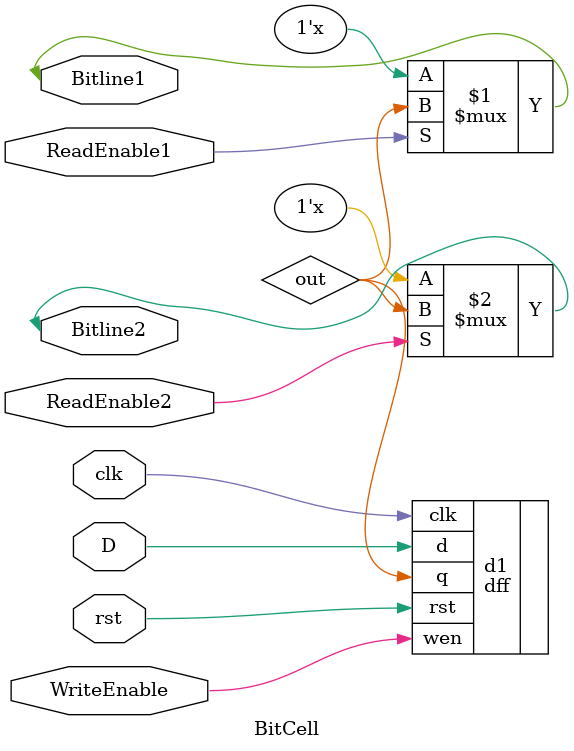
<source format=v>
module BitCell( input clk,  input rst, input D, input WriteEnable, input ReadEnable1, input ReadEnable2, inout Bitline1, inout Bitline2);

wire out;

dff d1(.q(out), .d(D), .wen(WriteEnable), .clk(clk), .rst(rst));

assign Bitline1 = (ReadEnable1) ? out : 1'bz;

assign Bitline2 = (ReadEnable2)	? out : 1'bz;




endmodule

</source>
